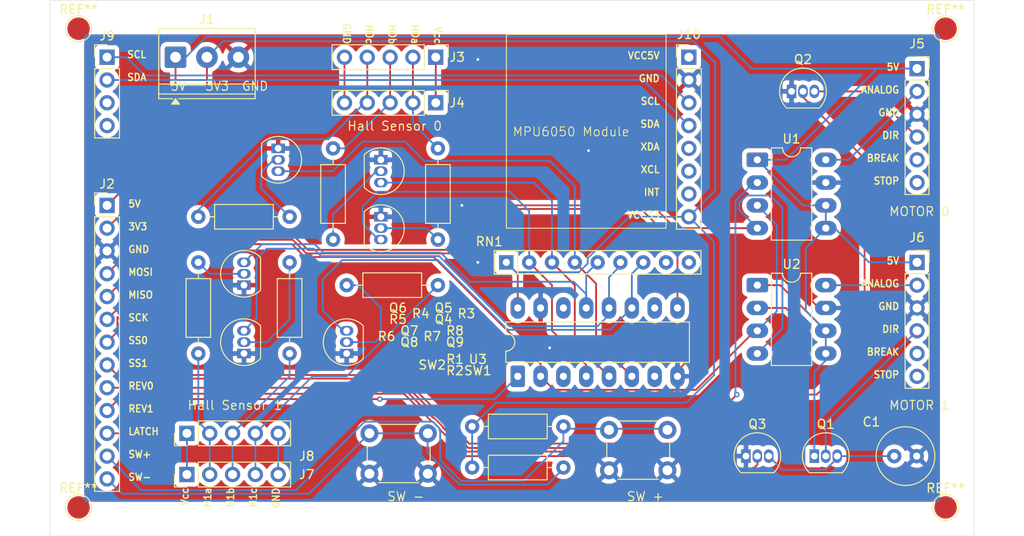
<source format=kicad_pcb>
(kicad_pcb (version 20241229) (generator "pcbnew") (generator_version "9.0")
  (layers (0 "F.Cu" signal) (2 "B.Cu" signal) (13 "F.Paste" user) (15 "B.Paste" user) (5 "F.SilkS" user "F.Silkscreen") (7 "B.SilkS" user "B.Silkscreen") (1 "F.Mask" user) (3 "B.Mask" user) (25 "Edge.Cuts" user))
  (net 0 "")
  (net 1 "Net-(Q1-B)")
  (net 2 "GND")
  (net 3 "+3V3")
  (net 4 "+5V")
  (net 5 "/REV1")
  (net 6 "/MOSI")
  (net 7 "/SW+")
  (net 8 "LATCH")
  (net 9 "/SW-")
  (net 10 "MISO")
  (net 11 "SCK")
  (net 12 "/REV0")
  (net 13 "/~{SS0}")
  (net 14 "/~{SS1}")
  (net 15 "Net-(J3-GND)")
  (net 16 "Net-(J3-Vcc)")
  (net 17 "Net-(J3-Hb)")
  (net 18 "Net-(J3-Ha)")
  (net 19 "Net-(J3-Hc)")
  (net 21 "/M_ANALOG0")
  (net 22 "/M_DIR0")
  (net 24 "/M_DIR1")
  (net 26 "/M_ANALOG1")
  (net 28 "Net-(J7-Vcc)")
  (net 29 "Net-(J7-Ha)")
  (net 30 "Net-(J7-Hc)")
  (net 31 "Net-(J7-Hb)")
  (net 32 "Net-(J7-GND)")
  (net 33 "/SDA")
  (net 34 "/SCL")
  (net 41 "Net-(Q4-B)")
  (net 42 "/HALL_SENSOR/H0a")
  (net 43 "Net-(Q5-B)")
  (net 44 "/HALL_SENSOR/H0b")
  (net 45 "Net-(Q6-B)")
  (net 46 "/HALL_SENSOR/H0c")
  (net 47 "/HALL_SENSOR/H1a")
  (net 48 "Net-(Q7-B)")
  (net 49 "/HALL_SENSOR/H1b")
  (net 50 "Net-(Q8-B)")
  (net 51 "Net-(Q9-B)")
  (net 52 "/HALL_SENSOR/H1c")
  (footprint "Package_TO_SOT_THT:TO-92_Inline" (layer "F.Cu") (at 152.4 90.17)
    (property "Reference" "Q3")
    (property "Value" "2N5551")
  )
  (footprint "Resistor_THT:R_Axial_DIN0207_L6.3mm_D2.5mm_P10.16mm_Horizontal" (layer "F.Cu") (at 121.92 86.868)
    (property "Reference" "R1")
    (property "Value" "10k")
  )
  (footprint "Connector_PinHeader_2.54mm:PinHeader_1x05_P2.54mm_Vertical" (layer "F.Cu") (at 117.87 50.8 -90)
    (property "Reference" "J4")
    (property "Value" "HALL_PIN")
  )
  (footprint "Resistor_THT:R_Axial_DIN0207_L6.3mm_D2.5mm_P10.16mm_Horizontal" (layer "F.Cu") (at 101.6 78.74 90)
    (property "Reference" "R7")
    (property "Value" "10k")
  )
  (footprint "Connector_PinSocket_2.54mm:PinSocket_1x06_P2.54mm_Vertical" (layer "F.Cu") (at 171.45 46.99)
    (property "Reference" "J5")
    (property "Value" "MOTORDRIVER")
  )
  (footprint "Connector_PinHeader_2.54mm:PinHeader_1x05_P2.54mm_Vertical" (layer "F.Cu") (at 117.87 45.72 -90)
    (property "Reference" "J3")
    (property "Value" "HALL_PIN")
  )
  (footprint "TestPoint:TestPoint_Pad_D2.5mm" (layer "F.Cu") (at 78.105 95.885)
    (property "Reference" "REF**")
    (property "Value" "TestPoint_Pad_D2.5mm")
  )
  (footprint "Resistor_THT:R_Axial_DIN0207_L6.3mm_D2.5mm_P10.16mm_Horizontal" (layer "F.Cu") (at 121.92 91.44)
    (property "Reference" "R2")
    (property "Value" "10k")
  )
  (footprint "Package_TO_SOT_THT:TO-92_Inline" (layer "F.Cu") (at 111.76 57.15 -90)
    (property "Reference" "Q5")
    (property "Value" "2N5551")
  )
  (footprint "Resistor_THT:R_Axial_DIN0207_L6.3mm_D2.5mm_P10.16mm_Horizontal" (layer "F.Cu") (at 91.44 63.5)
    (property "Reference" "R5")
    (property "Value" "10k")
  )
  (footprint "Capacitor_THT:C_Radial_D6.3mm_H5.0mm_P2.50mm" (layer "F.Cu") (at 168.91 90.17)
    (property "Reference" "C1")
    (property "Value" "10u")
  )
  (footprint "TestPoint:TestPoint_Pad_D2.5mm" (layer "F.Cu") (at 174.625 95.885)
    (property "Reference" "REF**")
    (property "Value" "TestPoint_Pad_D2.5mm")
  )
  (footprint "Package_TO_SOT_THT:TO-92_Inline" (layer "F.Cu") (at 100.33 55.88 -90)
    (property "Reference" "Q6")
    (property "Value" "2N5551")
  )
  (footprint "Package_TO_SOT_THT:TO-92_Inline" (layer "F.Cu") (at 157.48 49.53)
    (property "Reference" "Q2")
    (property "Value" "2N5551")
  )
  (footprint "Connector_PinSocket_2.54mm:PinSocket_1x06_P2.54mm_Vertical" (layer "F.Cu") (at 171.45 68.58)
    (property "Reference" "J6")
    (property "Value" "MOTORDRIVER")
  )
  (footprint "Button_Switch_THT:SW_PUSH_6mm" (layer "F.Cu") (at 137.16 87.249)
    (property "Reference" "SW1")
    (property "Value" "SW_Push")
  )
  (footprint "Connector_PinHeader_2.54mm:PinHeader_1x05_P2.54mm_Vertical" (layer "F.Cu") (at 90.17 92.22 90)
    (property "Reference" "J7")
    (property "Value" "HALL_PIN")
  )
  (footprint "Package_TO_SOT_THT:TO-92_Inline" (layer "F.Cu") (at 107.95 78.74 90)
    (property "Reference" "Q9")
    (property "Value" "2N5551")
  )
  (footprint "Resistor_THT:R_Axial_DIN0207_L6.3mm_D2.5mm_P10.16mm_Horizontal" (layer "F.Cu") (at 106.44 55.88 -90)
    (property "Reference" "R4")
    (property "Value" "10k")
  )
  (footprint "TerminalBlock_Phoenix:TerminalBlock_Phoenix_PT-1,5-3-3.5-H_1x03_P3.50mm_Horizontal" (layer "F.Cu") (at 88.9 45.72)
    (property "Reference" "J1")
    (property "Value" "POWER_SOCKET")
  )
  (footprint "Resistor_THT:R_Axial_DIN0207_L6.3mm_D2.5mm_P10.16mm_Horizontal" (layer "F.Cu") (at 91.44 78.74 90)
    (property "Reference" "R6")
    (property "Value" "10k")
  )
  (footprint "Package_DIP:DIP-8_W7.62mm_LongPads" (layer "F.Cu") (at 153.67 71.12)
    (property "Reference" "U2")
    (property "Value" "MCP4921")
  )
  (footprint "Resistor_THT:R_Axial_DIN0207_L6.3mm_D2.5mm_P10.16mm_Horizontal" (layer "F.Cu") (at 118.11 55.88 -90)
    (property "Reference" "R3")
    (property "Value" "10k")
  )
  (footprint "TestPoint:TestPoint_Pad_D2.5mm" (layer "F.Cu") (at 78.105 42.545)
    (property "Reference" "REF**")
    (property "Value" "TestPoint_Pad_D2.5mm")
  )
  (footprint "Package_TO_SOT_THT:TO-92_Inline" (layer "F.Cu") (at 111.76 63.5 -90)
    (property "Reference" "Q4")
    (property "Value" "2N5551")
  )
  (footprint "Connector_PinHeader_2.54mm:PinHeader_1x08_P2.54mm_Vertical" (layer "F.Cu") (at 146.05 45.72)
    (property "Reference" "J10")
    (property "Value" "MPU6050")
  )
  (footprint "Resistor_THT:R_Axial_DIN0207_L6.3mm_D2.5mm_P10.16mm_Horizontal" (layer "F.Cu") (at 118.11 71.12 180)
    (property "Reference" "R8")
    (property "Value" "10k")
  )
  (footprint "Connector_PinHeader_2.54mm:PinHeader_1x05_P2.54mm_Vertical" (layer "F.Cu") (at 90.17 87.63 90)
    (property "Reference" "J8")
    (property "Value" "HALL_PIN")
  )
  (footprint "Resistor_THT:R_Array_SIP9" (layer "F.Cu") (at 125.73 68.58)
    (property "Reference" "RN1")
    (property "Value" "R_Network08_Split")
  )
  (footprint "Connector_PinHeader_2.54mm:PinHeader_1x13_P2.54mm_Vertical" (layer "F.Cu") (at 81.28 62.23)
    (property "Reference" "J2")
    (property "Value" "Conn_01x13_Socket")
  )
  (footprint "Connector_PinHeader_2.54mm:PinHeader_1x04_P2.54mm_Vertical" (layer "F.Cu") (at 81.28 45.72)
    (property "Reference" "J9")
    (property "Value" "Conn_01x04_Socket")
  )
  (footprint "Package_DIP:DIP-16_W7.62mm_LongPads" (layer "F.Cu") (at 127 81.28 90)
    (property "Reference" "U3")
    (property "Value" "74HC165")
  )
  (footprint "Package_TO_SOT_THT:TO-92_Inline" (layer "F.Cu") (at 160.02 90.17)
    (property "Reference" "Q1")
    (property "Value" "2SA1015")
  )
  (footprint "Package_DIP:DIP-8_W7.62mm_LongPads" (layer "F.Cu") (at 153.67 57.15)
    (property "Reference" "U1")
    (property "Value" "MCP4921")
  )
  (footprint "TestPoint:TestPoint_Pad_D2.5mm" (layer "F.Cu") (at 174.625 42.545)
    (property "Reference" "REF**")
    (property "Value" "TestPoint_Pad_D2.5mm")
  )
  (footprint "Button_Switch_THT:SW_PUSH_6mm" (layer "F.Cu") (at 110.49 87.63)
    (property "Reference" "SW2")
    (property "Value" "SW_Push")
  )
  (footprint "Package_TO_SOT_THT:TO-92_Inline" (layer "F.Cu") (at 96.52 78.74 90)
    (property "Reference" "Q8")
    (property "Value" "2N5551")
  )
  (footprint "Package_TO_SOT_THT:TO-92_Inline" (layer "F.Cu") (at 96.52 71.12 90)
    (property "Reference" "Q7")
    (property "Value" "2N5551")
  )
  (gr_rect (start 125.73 43.18) (end 143.51 64.77) (stroke (width 0.1)) (fill no) (layer "F.SilkS"))
  (gr_rect (start 74.93 39.37) (end 177.8 99.06) (stroke (width 0.05)) (fill no) (layer "Edge.Cuts"))
  (gr_text "Hall Sensor 1" (at 90.17 85.09 0) (layer "F.SilkS") (effects (font (size 1 1) (thickness 0.125)) (justify left bottom)))
  (gr_text "Hall Sensor 0" (at 107.95 53.975 0) (layer "F.SilkS") (effects (font (size 1 1) (thickness 0.125)) (justify left bottom)))
  (gr_text "SCL\n\nSDA\n" (at 83.439 44.958 0) (layer "F.SilkS") (effects (font (size 0.788 0.75) (thickness 0.15) (bold yes)) (justify left top)))
  (gr_text "5V\n\nANALOG\n\nGND\n\nDIR\n\nBREAK\n\nSTOP" (at 169.545 46.355 0) (layer "F.SilkS") (effects (font (size 0.788 0.75) (thickness 0.15) (bold yes)) (justify right top)))
  (gr_text "MPU6050 Module" (at 126.365 54.61 0) (layer "F.SilkS") (effects (font (size 1 1) (thickness 0.1)) (justify left bottom)))
  (gr_text "5V   3V3  GND" (at 88.265 49.53 0) (layer "F.SilkS") (effects (font (size 1 0.95) (thickness 0.125)) (justify left bottom)))
  (gr_text "MOTOR 0" (at 168.275 63.5 0) (layer "F.SilkS") (effects (font (size 1 1) (thickness 0.125)) (justify left bottom)))
  (gr_text "VCC5V\n\nGND\n\nSCL\n\nSDA\n\nXDA\n\nXCL\n\nINT\n\nVCC33" (at 142.875 45.085 0) (layer "F.SilkS") (effects (font (size 0.788 0.75) (thickness 0.15) (bold yes)) (justify right top)))
  (gr_text "Vcc\n\nH1a\n\nH1b\n\nH1c\n\nGND" (at 89.48 93.6 90) (layer "F.SilkS") (effects (font (size 0.788 0.75) (thickness 0.15) (bold yes)) (justify right top)))
  (gr_text "5V\n\nANALOG\n\nGND\n\nDIR\n\nBREAK\n\nSTOP" (at 169.545 67.945 0) (layer "F.SilkS") (effects (font (size 0.788 0.75) (thickness 0.15) (bold yes)) (justify right top)))
  (gr_text "MOTOR 1" (at 168.275 85.09 0) (layer "F.SilkS") (effects (font (size 1 1) (thickness 0.125)) (justify left bottom)))
  (gr_text "SW -\n" (at 112.395 95.25 0) (layer "F.SilkS") (effects (font (size 1 1) (thickness 0.125)) (justify left bottom)))
  (gr_text "SW +" (at 139.065 95.25 0) (layer "F.SilkS") (effects (font (size 1 1) (thickness 0.125)) (justify left bottom)))
  (gr_text "5V\n\n3V3\n\nGND\n\nMOSI\n\nMISO\n\nSCK\n\nSS0\n\nSS1\n\nREV0\n\nREV1\n\nLATCH\n\nSW+\n\nSW-" (at 83.566 61.595 0) (layer "F.SilkS") (effects (font (size 0.788 0.75) (thickness 0.15) (bold yes)) (justify left top)))
  (gr_text "Vcc\n\nH0a\n\nH0b\n\nH0c\n\nGND" (at 118.56 44.34 270) (layer "F.SilkS") (effects (font (size 0.788 0.75) (thickness 0.15) (bold yes)) (justify right top)))
  (segment (start 156.464 91.694) (end 161.261 91.694) (width 0.2) (layer "B.Cu") (net 1))
  (segment (start 161.261 91.694) (end 162.56 90.395) (width 0.2) (layer "B.Cu") (net 1))
  (segment (start 162.56 90.395) (end 162.56 90.17) (width 0.2) (layer "B.Cu") (net 1))
  (segment (start 162.56 90.17) (end 168.91 90.17) (width 0.2) (layer "B.Cu") (net 1))
  (segment (start 154.94 90.17) (end 156.464 91.694) (width 0.2) (layer "B.Cu") (net 1))
  (segment (start 144.78 80.645) (end 146.1135 79.3115) (width 0.2) (layer "F.Cu") (net 2))
  (segment (start 161.29 73.66) (end 160.528 73.66) (width 0.2) (layer "F.Cu") (net 2))
  (segment (start 144.78 81.28) (end 144.78 80.645) (width 0.2) (layer "F.Cu") (net 2))
  (segment (start 160.528 73.66) (end 158.9405 72.0725) (width 0.2) (layer "F.Cu") (net 2))
  (via (at 130.556 78.105) (size 0.6) (drill 0.3) (layers "F.Cu" "B.Cu") (net 2))
  (via (at 122.555 68.58) (size 0.6) (drill 0.3) (layers "F.Cu" "B.Cu") (net 2))
  (via (at 134.874 56.134) (size 0.6) (drill 0.3) (layers "F.Cu" "B.Cu") (net 2))
  (via (at 120.777 62.23) (size 0.6) (drill 0.3) (layers "F.Cu" "B.Cu") (net 2))
  (via (at 122.555 45.974) (size 0.6) (drill 0.3) (layers "F.Cu" "B.Cu") (net 2))
  (segment (start 92.4 45.72) (end 92.4 53.65) (width 0.2) (layer "F.Cu") (net 3))
  (segment (start 127 73.66) (end 127 69.85) (width 0.2) (layer "F.Cu") (net 3))
  (segment (start 127 69.85) (end 125.73 68.58) (width 0.2) (layer "F.Cu") (net 3))
  (segment (start 92.4 53.65) (end 91.2495 54.8005) (width 0.2) (layer "F.Cu") (net 3))
  (segment (start 91.2495 54.8005) (end 81.28 64.77) (width 0.2) (layer "F.Cu") (net 3))
  (segment (start 139.41295 63.5) (end 134.789 68.12395) (width 0.2) (layer "B.Cu") (net 3))
  (segment (start 133.80605 69.681) (end 126.831 69.681) (width 0.2) (layer "B.Cu") (net 3))
  (segment (start 134.789 68.12395) (end 134.789 68.69805) (width 0.2) (layer "B.Cu") (net 3))
  (segment (start 148.971 60.579) (end 148.971 46.339) (width 0.2) (layer "B.Cu") (net 3))
  (segment (start 126.831 69.681) (end 125.73 68.58) (width 0.2) (layer "B.Cu") (net 3))
  (segment (start 124.567 84.221) (end 121.92 86.868) (width 0.2) (layer "B.Cu") (net 3))
  (segment (start 121.92 91.44) (end 121.92 86.868) (width 0.2) (layer "B.Cu") (net 3))
  (segment (start 148.844 66.294) (end 148.844 81.153) (width 0.2) (layer "B.Cu") (net 3))
  (segment (start 145.776 84.221) (end 124.567 84.221) (width 0.2) (layer "B.Cu") (net 3))
  (segment (start 146.05 63.5) (end 148.971 60.579) (width 0.2) (layer "B.Cu") (net 3))
  (segment (start 146.574 43.942) (end 94.178 43.942) (width 0.2) (layer "B.Cu") (net 3))
  (segment (start 146.05 63.5) (end 148.844 66.294) (width 0.2) (layer "B.Cu") (net 3))
  (segment (start 134.789 68.69805) (end 133.80605 69.681) (width 0.2) (layer "B.Cu") (net 3))
  (segment (start 148.971 46.339) (end 146.574 43.942) (width 0.2) (layer "B.Cu") (net 3))
  (segment (start 146.05 63.5) (end 139.41295 63.5) (width 0.2) (layer "B.Cu") (net 3))
  (segment (start 148.844 81.153) (end 145.776 84.221) (width 0.2) (layer "B.Cu") (net 3))
  (segment (start 94.178 43.942) (end 92.4 45.72) (width 0.2) (layer "B.Cu") (net 3))
  (segment (start 156.21 71.12) (end 161.29 76.2) (width 0.2) (layer "F.Cu") (net 4))
  (segment (start 88.9 54.61) (end 81.28 62.23) (width 0.2) (layer "F.Cu") (net 4))
  (segment (start 153.67 71.12) (end 156.21 71.12) (width 0.2) (layer "F.Cu") (net 4))
  (segment (start 88.9 45.72) (end 88.9 54.61) (width 0.2) (layer "F.Cu") (net 4))
  (segment (start 161.29 79.502) (end 160.02 80.772) (width 0.2) (layer "B.Cu") (net 4))
  (segment (start 153.67 57.15) (end 156.845 57.15) (width 0.2) (layer "B.Cu") (net 4))
  (segment (start 161.29 62.23) (end 158.75 62.23) (width 0.2) (layer "B.Cu") (net 4))
  (segment (start 161.29 64.77) (end 162.306 64.77) (width 0.2) (layer "B.Cu") (net 4))
  (segment (start 149.507 43.434) (end 153.063 46.99) (width 0.2) (layer "B.Cu") (net 4))
  (segment (start 156.845 57.15) (end 167.005 46.99) (width 0.2) (layer "B.Cu") (net 4))
  (segment (start 161.29 64.77) (end 161.29 62.23) (width 0.2) (layer "B.Cu") (net 4))
  (segment (start 161.29 78.74) (end 161.29 79.502) (width 0.2) (layer "B.Cu") (net 4))
  (segment (start 92.329 43.434) (end 149.507 43.434) (width 0.2) (layer "B.Cu") (net 4))
  (segment (start 160.02 90.17) (end 160.02 80.772) (width 0.2) (layer "B.Cu") (net 4))
  (segment (start 166.116 68.58) (end 171.45 68.58) (width 0.2) (layer "B.Cu") (net 4))
  (segment (start 159.0675 73.9775) (end 159.0675 66.9925) (width 0.2) (layer "B.Cu") (net 4))
  (segment (start 90.043 45.72) (end 92.329 43.434) (width 0.2) (layer "B.Cu") (net 4))
  (segment (start 161.29 76.2) (end 161.29 78.74) (width 0.2) (layer "B.Cu") (net 4))
  (segment (start 171.45 46.99) (end 153.063 46.99) (width 0.2) (layer "B.Cu") (net 4))
  (segment (start 88.9 45.72) (end 90.043 45.72) (width 0.2) (layer "B.Cu") (net 4))
  (segment (start 159.0675 73.9775) (end 161.29 76.2) (width 0.2) (layer "B.Cu") (net 4))
  (segment (start 159.0675 66.9925) (end 161.29 64.77) (width 0.2) (layer "B.Cu") (net 4))
  (segment (start 158.75 62.23) (end 153.67 57.15) (width 0.2) (layer "B.Cu") (net 4))
  (segment (start 167.005 46.99) (end 171.45 46.99) (width 0.2) (layer "B.Cu") (net 4))
  (segment (start 162.306 64.77) (end 166.116 68.58) (width 0.2) (layer "B.Cu") (net 4))
  (segment (start 152.715 92.075) (end 153.67 91.12) (width 0.2) (layer "F.Cu") (net 5))
  (segment (start 83.151 83.219) (end 114.334 83.219) (width 0.2) (layer "F.Cu") (net 5))
  (segment (start 118.291 87.091108) (end 118.291 87.176) (width 0.2) (layer "F.Cu") (net 5))
  (segment (start 149.987 92.075) (end 152.715 92.075) (width 0.2) (layer "F.Cu") (net 5))
  (segment (start 121.285 90.17) (end 148.082 90.17) (width 0.2) (layer "F.Cu") (net 5))
  (segment (start 118.291 87.176) (end 121.285 90.17) (width 0.2) (layer "F.Cu") (net 5))
  (segment (start 117.528892 86.329) (end 118.291 87.091108) (width 0.2) (layer "F.Cu") (net 5))
  (segment (start 153.67 91.12) (end 153.67 90.17) (width 0.2) (layer "F.Cu") (net 5))
  (segment (start 148.082 90.17) (end 149.987 92.075) (width 0.2) (layer "F.Cu") (net 5))
  (segment (start 117.444 86.329) (end 117.528892 86.329) (width 0.2) (layer "F.Cu") (net 5))
  (segment (start 81.28 85.09) (end 83.151 83.219) (width 0.2) (layer "F.Cu") (net 5))
  (segment (start 114.334 83.219) (end 117.444 86.329) (width 0.2) (layer "F.Cu") (net 5))
  (segment (start 153.67 64.77) (end 144.526 64.77) (width 0.2) (layer "F.Cu") (net 6))
  (segment (start 125.095 62.23) (end 120.142 67.183) (width 0.2) (layer "F.Cu") (net 6))
  (segment (start 102.108 65.659) (end 85.471 65.659) (width 0.2) (layer "F.Cu") (net 6))
  (segment (start 141.986 62.23) (end 125.095 62.23) (width 0.2) (layer "F.Cu") (net 6))
  (segment (start 85.471 65.659) (end 81.28 69.85) (width 0.2) (layer "F.Cu") (net 6))
  (segment (start 144.526 64.77) (end 141.986 62.23) (width 0.2) (layer "F.Cu") (net 6))
  (segment (start 103.632 67.183) (end 102.108 65.659) (width 0.2) (layer "F.Cu") (net 6))
  (segment (start 120.142 67.183) (end 103.632 67.183) (width 0.2) (layer "F.Cu") (net 6))
  (segment (start 153.67 78.74) (end 156.464 75.946) (width 0.2) (layer "B.Cu") (net 6))
  (segment (start 156.464 62.484) (end 155.109 61.129) (width 0.2) (layer "B.Cu") (net 6))
  (segment (start 156.464 75.946) (end 156.464 62.484) (width 0.2) (layer "B.Cu") (net 6))
  (segment (start 151.638 61.976) (end 151.638 62.738) (width 0.2) (layer "B.Cu") (net 6))
  (segment (start 152.485 61.129) (end 151.638 61.976) (width 0.2) (layer "B.Cu") (net 6))
  (segment (start 155.109 61.129) (end 152.485 61.129) (width 0.2) (layer "B.Cu") (net 6))
  (segment (start 151.638 62.738) (end 153.67 64.77) (width 0.2) (layer "B.Cu") (net 6))
  (segment (start 118.291 87.091108) (end 117.528892 86.329) (width 0.2) (layer "B.Cu") (net 7))
  (segment (start 120.6891 92.944) (end 118.364 90.6189) (width 0.2) (layer "B.Cu") (net 7))
  (segment (start 127.655 92.944) (end 120.6891 92.944) (width 0.2) (layer "B.Cu") (net 7))
  (segment (start 143.152 87.122) (end 132.08 87.122) (width 0.2) (layer "B.Cu") (net 7))
  (segment (start 118.291 87.303) (end 118.291 87.091108) (width 0.2) (layer "B.Cu") (net 7))
  (segment (start 117.528892 86.329) (end 109.951108 86.329) (width 0.2) (layer "B.Cu") (net 7))
  (segment (start 118.364 87.376) (end 118.291 87.303) (width 0.2) (layer "B.Cu") (net 7))
  (segment (start 85.07 93.96) (end 81.28 90.17) (width 0.2) (layer "B.Cu") (net 7))
  (segment (start 132.08 87.122) (end 132.08 88.519) (width 0.2) (layer "B.Cu") (net 7))
  (segment (start 118.364 90.6189) (end 118.364 87.376) (width 0.2) (layer "B.Cu") (net 7))
  (segment (start 102.320108 93.96) (end 85.07 93.96) (width 0.2) (layer "B.Cu") (net 7))
  (segment (start 143.66 87.63) (end 143.152 87.122) (width 0.2) (layer "B.Cu") (net 7))
  (segment (start 132.08 88.519) (end 127.655 92.944) (width 0.2) (layer "B.Cu") (net 7))
  (segment (start 109.951108 86.329) (end 102.320108 93.96) (width 0.2) (layer "B.Cu") (net 7))
  (segment (start 111.633 83.82) (end 89.154 83.82) (width 0.2) (layer "F.Cu") (net 8))
  (segment (start 89.154 83.82) (end 85.344 87.63) (width 0.2) (layer "F.Cu") (net 8))
  (segment (start 85.344 87.63) (end 81.28 87.63) (width 0.2) (layer "F.Cu") (net 8))
  (via (at 111.633 83.82) (size 0.6) (drill 0.3) (layers "F.Cu" "B.Cu") (net 8))
  (segment (start 111.633 83.82) (end 124.46 83.82) (width 0.2) (layer "B.Cu") (net 8))
  (segment (start 124.46 83.82) (end 127 81.28) (width 0.2) (layer "B.Cu") (net 8))
  (segment (start 116.967 89.789) (end 116.967 87.653) (width 0.2) (layer "B.Cu") (net 9))
  (segment (start 120.523 93.345) (end 116.967 89.789) (width 0.2) (layer "B.Cu") (net 9))
  (segment (start 132.08 91.44) (end 132.08 91.567) (width 0.2) (layer "B.Cu") (net 9))
  (segment (start 82.931 94.361) (end 103.759 94.361) (width 0.2) (layer "B.Cu") (net 9))
  (segment (start 103.759 94.361) (end 110.49 87.63) (width 0.2) (layer "B.Cu") (net 9))
  (segment (start 116.967 87.653) (end 116.99 87.63) (width 0.2) (layer "B.Cu") (net 9))
  (segment (start 116.99 87.63) (end 110.49 87.63) (width 0.2) (layer "B.Cu") (net 9))
  (segment (start 81.28 92.71) (end 82.931 94.361) (width 0.2) (layer "B.Cu") (net 9))
  (segment (start 132.08 91.567) (end 130.302 93.345) (width 0.2) (layer "B.Cu") (net 9))
  (segment (start 130.302 93.345) (end 120.523 93.345) (width 0.2) (layer "B.Cu") (net 9))
  (segment (start 125.456 62.631) (end 140.716 62.631) (width 0.2) (layer "F.Cu") (net 10))
  (segment (start 103.4659 67.584) (end 120.503 67.584) (width 0.2) (layer "F.Cu") (net 10))
  (segment (start 144.78 66.695) (end 144.78 73.66) (width 0.2) (layer "F.Cu") (net 10))
  (segment (start 87.61 66.06) (end 101.9419 66.06) (width 0.2) (layer "F.Cu") (net 10))
  (segment (start 120.503 67.584) (end 125.456 62.631) (width 0.2) (layer "F.Cu") (net 10))
  (segment (start 140.716 62.631) (end 144.78 66.695) (width 0.2) (layer "F.Cu") (net 10))
  (segment (start 81.28 72.39) (end 87.61 66.06) (width 0.2) (layer "F.Cu") (net 10))
  (segment (start 101.9419 66.06) (end 103.4659 67.584) (width 0.2) (layer "F.Cu") (net 10))
  (segment (start 103.291 67.985) (end 101.854 66.548) (width 0.2) (layer "F.Cu") (net 11))
  (segment (start 129.54 81.28) (end 131.041 82.781) (width 0.2) (layer "F.Cu") (net 11))
  (segment (start 89.662 66.548) (end 81.28 74.93) (width 0.2) (layer "F.Cu") (net 11))
  (segment (start 129.54 79.883) (end 117.642 67.985) (width 0.2) (layer "F.Cu") (net 11))
  (segment (start 131.041 82.781) (end 146.835 82.781) (width 0.2) (layer "F.Cu") (net 11))
  (segment (start 153.416 76.2) (end 153.67 76.2) (width 0.2) (layer "F.Cu") (net 11))
  (segment (start 129.54 81.28) (end 129.54 79.883) (width 0.2) (layer "F.Cu") (net 11))
  (segment (start 146.835 82.781) (end 153.416 76.2) (width 0.2) (layer "F.Cu") (net 11))
  (segment (start 117.642 67.985) (end 103.291 67.985) (width 0.2) (layer "F.Cu") (net 11))
  (segment (start 101.854 66.548) (end 89.662 66.548) (width 0.2) (layer "F.Cu") (net 11))
  (segment (start 153.67 76.2) (end 155.829 74.041) (width 0.2) (layer "B.Cu") (net 11))
  (segment (start 155.829 64.389) (end 153.67 62.23) (width 0.2) (layer "B.Cu") (net 11))
  (segment (start 155.829 74.041) (end 155.829 64.389) (width 0.2) (layer "B.Cu") (net 11))
  (segment (start 81.28 82.55) (end 114.046 82.55) (width 0.2) (layer "F.Cu") (net 12))
  (segment (start 117.694992 85.928) (end 118.692 86.925008) (width 0.2) (layer "F.Cu") (net 12))
  (segment (start 158.75 50.165) (end 158.75 49.53) (width 0.2) (layer "F.Cu") (net 12))
  (segment (start 121.3441 89.662) (end 148.463 89.662) (width 0.2) (layer "F.Cu") (net 12))
  (segment (start 154.813 83.312) (end 160.274 83.312) (width 0.2) (layer "F.Cu") (net 12))
  (segment (start 118.692 87.0099) (end 121.3441 89.662) (width 0.2) (layer "F.Cu") (net 12))
  (segment (start 114.314 82.818) (end 114.5001 82.818) (width 0.2) (layer "F.Cu") (net 12))
  (segment (start 118.692 86.925008) (end 118.692 87.0099) (width 0.2) (layer "F.Cu") (net 12))
  (segment (start 117.6101 85.928) (end 117.694992 85.928) (width 0.2) (layer "F.Cu") (net 12))
  (segment (start 148.463 89.662) (end 154.813 83.312) (width 0.2) (layer "F.Cu") (net 12))
  (segment (start 160.274 83.312) (end 165.608 77.978) (width 0.2) (layer "F.Cu") (net 12))
  (segment (start 114.046 82.55) (end 114.314 82.818) (width 0.2) (layer "F.Cu") (net 12))
  (segment (start 165.608 77.978) (end 165.608 57.023) (width 0.2) (layer "F.Cu") (net 12))
  (segment (start 165.608 57.023) (end 158.75 50.165) (width 0.2) (layer "F.Cu") (net 12))
  (segment (start 114.5001 82.818) (end 117.6101 85.928) (width 0.2) (layer "F.Cu") (net 12))
  (segment (start 117.9423 85.126) (end 118.027192 85.126) (width 0.2) (layer "F.Cu") (net 13))
  (segment (start 118.027192 85.126) (end 119.494 86.592808) (width 0.2) (layer "F.Cu") (net 13))
  (segment (start 114.7141 82.016) (end 114.8323 82.016) (width 0.2) (layer "F.Cu") (net 13))
  (segment (start 88.896 81.133) (end 113.8311 81.133) (width 0.2) (layer "F.Cu") (net 13))
  (segment (start 82.431 76.319) (end 82.431 74.668) (width 0.2) (layer "F.Cu") (net 13))
  (segment (start 121.5893 88.773) (end 145.923 88.773) (width 0.2) (layer "F.Cu") (net 13))
  (segment (start 119.494 86.592808) (end 119.494 86.6777) (width 0.2) (layer "F.Cu") (net 13))
  (segment (start 81.28 77.47) (end 82.431 76.319) (width 0.2) (layer "F.Cu") (net 13))
  (segment (start 145.923 88.773) (end 151.384 83.312) (width 0.2) (layer "F.Cu") (net 13))
  (segment (start 113.8311 81.133) (end 114.7141 82.016) (width 0.2) (layer "F.Cu") (net 13))
  (segment (start 82.431 74.668) (end 88.896 81.133) (width 0.2) (layer "F.Cu") (net 13))
  (segment (start 114.8323 82.016) (end 117.9423 85.126) (width 0.2) (layer "F.Cu") (net 13))
  (segment (start 119.494 86.6777) (end 121.5893 88.773) (width 0.2) (layer "F.Cu") (net 13))
  (via (at 151.384 83.312) (size 0.6) (drill 0.3) (layers "F.Cu" "B.Cu") (net 13))
  (segment (start 153.27 59.69) (end 153.67 59.69) (width 0.2) (layer "B.Cu") (net 13))
  (segment (start 151.237 83.165) (end 151.237 61.723) (width 0.2) (layer "B.Cu") (net 13))
  (segment (start 151.237 61.723) (end 153.27 59.69) (width 0.2) (layer "B.Cu") (net 13))
  (segment (start 151.384 83.312) (end 151.237 83.165) (width 0.2) (layer "B.Cu") (net 13))
  (segment (start 117.861092 85.527) (end 117.7762 85.527) (width 0.2) (layer "F.Cu") (net 14))
  (segment (start 156.845 73.66) (end 158.115 74.93) (width 0.2) (layer "F.Cu") (net 14))
  (segment (start 153.67 73.66) (end 156.845 73.66) (width 0.2) (layer "F.Cu") (net 14))
  (segment (start 82.804 81.534) (end 81.28 80.01) (width 0.2) (layer "F.Cu") (net 14))
  (segment (start 158.115 79.4429) (end 148.2969 89.261) (width 0.2) (layer "F.Cu") (net 14))
  (segment (start 113.665 81.534) (end 82.804 81.534) (width 0.2) (layer "F.Cu") (net 14))
  (segment (start 119.093 86.758908) (end 117.861092 85.527) (width 0.2) (layer "F.Cu") (net 14))
  (segment (start 114.6662 82.417) (end 114.548 82.417) (width 0.2) (layer "F.Cu") (net 14))
  (segment (start 148.2969 89.261) (end 121.5102 89.261) (width 0.2) (layer "F.Cu") (net 14))
  (segment (start 121.5102 89.261) (end 119.093 86.8438) (width 0.2) (layer "F.Cu") (net 14))
  (segment (start 114.548 82.417) (end 113.665 81.534) (width 0.2) (layer "F.Cu") (net 14))
  (segment (start 158.115 74.93) (end 158.115 79.4429) (width 0.2) (layer "F.Cu") (net 14))
  (segment (start 119.093 86.8438) (end 119.093 86.758908) (width 0.2) (layer "F.Cu") (net 14))
  (segment (start 117.7762 85.527) (end 114.6662 82.417) (width 0.2) (layer "F.Cu") (net 14))
  (segment (start 107.71 45.72) (end 107.71 50.8) (width 0.2) (layer "F.Cu") (net 15))
  (segment (start 117.87 45.72) (end 117.87 50.8) (width 0.2) (layer "F.Cu") (net 16))
  (segment (start 112.79 45.72) (end 112.79 50.8) (width 0.2) (layer "F.Cu") (net 17))
  (segment (start 112.79 50.8) (end 107.71 55.88) (width 0.2) (layer "B.Cu") (net 17))
  (segment (start 107.71 55.88) (end 106.44 55.88) (width 0.2) (layer "B.Cu") (net 17))
  (segment (start 115.33 45.72) (end 115.33 50.8) (width 0.2) (layer "F.Cu") (net 18))
  (segment (start 115.33 50.8) (end 115.33 53.1) (width 0.2) (layer "B.Cu") (net 18))
  (segment (start 115.33 53.1) (end 118.11 55.88) (width 0.2) (layer "B.Cu") (net 18))
  (segment (start 110.25 45.72) (end 110.25 50.8) (width 0.2) (layer "F.Cu") (net 19))
  (segment (start 105.89895 54.864) (end 99.314 54.864) (width 0.2) (layer "B.Cu") (net 19))
  (segment (start 91.44 62.738) (end 91.44 63.5) (width 0.2) (layer "B.Cu") (net 19))
  (segment (start 110.25 50.8) (end 109.96295 50.8) (width 0.2) (layer "B.Cu") (net 19))
  (segment (start 109.96295 50.8) (end 105.89895 54.864) (width 0.2) (layer "B.Cu") (net 19))
  (segment (start 99.314 54.864) (end 91.44 62.738) (width 0.2) (layer "B.Cu") (net 19))
  (segment (start 171.45 49.53) (end 163.83 57.15) (width 0.2) (layer "B.Cu") (net 21))
  (segment (start 163.83 57.15) (end 161.29 57.15) (width 0.2) (layer "B.Cu") (net 21))
  (segment (start 166.37 49.53) (end 160.02 49.53) (width 0.2) (layer "F.Cu") (net 22))
  (segment (start 171.45 54.61) (end 166.37 49.53) (width 0.2) (layer "F.Cu") (net 22))
  (segment (start 161.29 90.17) (end 161.29 86.36) (width 0.2) (layer "B.Cu") (net 24))
  (segment (start 161.29 86.36) (end 171.45 76.2) (width 0.2) (layer "B.Cu") (net 24))
  (segment (start 161.29 71.12) (end 171.45 71.12) (width 0.2) (layer "B.Cu") (net 26))
  (segment (start 90.17 92.22) (end 90.17 87.63) (width 0.2) (layer "B.Cu") (net 28))
  (segment (start 91.44 86.36) (end 92.71 87.63) (width 0.2) (layer "B.Cu") (net 29))
  (segment (start 91.44 78.74) (end 91.44 86.36) (width 0.2) (layer "B.Cu") (net 29))
  (segment (start 92.71 87.63) (end 92.71 92.22) (width 0.2) (layer "B.Cu") (net 29))
  (segment (start 97.79 92.22) (end 97.79 87.63) (width 0.2) (layer "B.Cu") (net 30))
  (segment (start 107.95 81.28) (end 118.11 71.12) (width 0.2) (layer "B.Cu") (net 30))
  (segment (start 104.14 81.28) (end 107.95 81.28) (width 0.2) (layer "B.Cu") (net 30))
  (segment (start 97.79 87.63) (end 104.14 81.28) (width 0.2) (layer "B.Cu") (net 30))
  (segment (start 95.25 87.63) (end 95.25 92.22) (width 0.2) (layer "B.Cu") (net 31))
  (segment (start 101.6 81.28) (end 101.6 78.74) (width 0.2) (layer "B.Cu") (net 31))
  (segment (start 95.25 87.63) (end 101.6 81.28) (width 0.2) (layer "B.Cu") (net 31))
  (segment (start 100.33 87.63) (end 100.33 92.22) (width 0.2) (layer "B.Cu") (net 32))
  (segment (start 140.97 48.26) (end 146.05 53.34) (width 0.2) (layer "B.Cu") (net 33))
  (segment (start 81.28 48.26) (end 140.97 48.26) (width 0.2) (layer "B.Cu") (net 33))
  (segment (start 81.28 45.72) (end 83.439 45.72) (width 0.2) (layer "B.Cu") (net 34))
  (segment (start 83.439 45.72) (end 85.471 47.752) (width 0.2) (layer "B.Cu") (net 34))
  (segment (start 85.471 47.752) (end 143.002 47.752) (width 0.2) (layer "B.Cu") (net 34))
  (segment (start 143.002 47.752) (end 146.05 50.8) (width 0.2) (layer "B.Cu") (net 34))
  (segment (start 116.84 64.77) (end 111.76 64.77) (width 0.2) (layer "B.Cu") (net 41))
  (segment (start 118.11 66.04) (end 116.84 64.77) (width 0.2) (layer "B.Cu") (net 41))
  (segment (start 130.81 76.2) (end 134.62 80.01) (width 0.2) (layer "F.Cu") (net 42))
  (segment (start 130.81 71.12) (end 130.81 76.2) (width 0.2) (layer "F.Cu") (net 42))
  (segment (start 134.62 80.01) (end 134.62 81.28) (width 0.2) (layer "F.Cu") (net 42))
  (segment (start 128.27 68.58) (end 130.81 71.12) (width 0.2) (layer "F.Cu") (net 42))
  (segment (start 111.506 66.04) (end 111.76 66.04) (width 0.2) (layer "B.Cu") (net 42))
  (segment (start 128.27 62.865) (end 126.111 60.706) (width 0.2) (layer "B.Cu") (net 42))
  (segment (start 109.728 64.262) (end 111.506 66.04) (width 0.2) (layer "B.Cu") (net 42))
  (segment (start 128.27 68.58) (end 128.27 62.865) (width 0.2) (layer "B.Cu") (net 42))
  (segment (start 111.379 60.706) (end 109.728 62.357) (width 0.2) (layer "B.Cu") (net 42))
  (segment (start 126.111 60.706) (end 111.379 60.706) (width 0.2) (layer "B.Cu") (net 42))
  (segment (start 109.728 62.357) (end 109.728 64.262) (width 0.2) (layer "B.Cu") (net 42))
  (segment (start 106.44 63.24) (end 111.26 58.42) (width 0.2) (layer "B.Cu") (net 43))
  (segment (start 106.44 66.04) (end 106.44 63.24) (width 0.2) (layer "B.Cu") (net 43))
  (segment (start 111.26 58.42) (end 111.76 58.42) (width 0.2) (layer "B.Cu") (net 43))
  (segment (start 133.35 71.12) (end 133.35 77.47) (width 0.2) (layer "F.Cu") (net 44))
  (segment (start 130.81 68.58) (end 133.35 71.12) (width 0.2) (layer "F.Cu") (net 44))
  (segment (start 133.35 77.47) (end 137.16 81.28) (width 0.2) (layer "F.Cu") (net 44))
  (segment (start 128.778 59.69) (end 130.81 61.722) (width 0.2) (layer "B.Cu") (net 44))
  (segment (start 130.81 61.722) (end 130.81 68.58) (width 0.2) (layer "B.Cu") (net 44))
  (segment (start 111.76 59.69) (end 128.778 59.69) (width 0.2) (layer "B.Cu") (net 44))
  (segment (start 101.6 63.5) (end 98.425 60.325) (width 0.2) (layer "B.Cu") (net 45))
  (segment (start 98.425 60.325) (end 98.425 58.555) (width 0.2) (layer "B.Cu") (net 45))
  (segment (start 99.83 57.15) (end 100.33 57.15) (width 0.2) (layer "B.Cu") (net 45))
  (segment (start 98.425 58.555) (end 99.83 57.15) (width 0.2) (layer "B.Cu") (net 45))
  (segment (start 135.721 77.301) (end 139.7 81.28) (width 0.2) (layer "F.Cu") (net 46))
  (segment (start 133.35 68.58) (end 135.721 70.951) (width 0.2) (layer "F.Cu") (net 46))
  (segment (start 135.721 70.951) (end 135.721 77.301) (width 0.2) (layer "F.Cu") (net 46))
  (segment (start 133.35 60.071) (end 130.556 57.277) (width 0.2) (layer "B.Cu") (net 46))
  (segment (start 106.426 58.42) (end 100.33 58.42) (width 0.2) (layer "B.Cu") (net 46))
  (segment (start 133.35 68.58) (end 133.35 60.071) (width 0.2) (layer "B.Cu") (net 46))
  (segment (start 116.586 57.277) (end 114.427 55.118) (width 0.2) (layer "B.Cu") (net 46))
  (segment (start 109.728 55.118) (end 106.426 58.42) (width 0.2) (layer "B.Cu") (net 46))
  (segment (start 130.556 57.277) (end 116.586 57.277) (width 0.2) (layer "B.Cu") (net 46))
  (segment (start 114.427 55.118) (end 109.728 55.118) (width 0.2) (layer "B.Cu") (net 46))
  (segment (start 133.223 70.739) (end 121.666 70.739) (width 0.2) (layer "B.Cu") (net 47))
  (segment (start 134.62 69.85) (end 135.89 68.58) (width 0.2) (layer "B.Cu") (net 47))
  (segment (start 118.406 67.479) (end 105.325 67.479) (width 0.2) (layer "B.Cu") (net 47))
  (segment (start 134.62 73.66) (end 134.62 72.136) (width 0.2) (layer "B.Cu") (net 47))
  (segment (start 134.62 73.66) (end 134.62 69.85) (width 0.2) (layer "B.Cu") (net 47))
  (segment (start 105.325 67.479) (end 104.394 66.548) (width 0.2) (layer "B.Cu") (net 47))
  (segment (start 134.62 72.136) (end 133.223 70.739) (width 0.2) (layer "B.Cu") (net 47))
  (segment (start 121.666 70.739) (end 118.406 67.479) (width 0.2) (layer "B.Cu") (net 47))
  (segment (start 104.394 66.548) (end 98.552 66.548) (width 0.2) (layer "B.Cu") (net 47))
  (segment (start 98.552 66.548) (end 96.52 68.58) (width 0.2) (layer "B.Cu") (net 47))
  (segment (start 92.71 69.85) (end 96.52 69.85) (width 0.2) (layer "B.Cu") (net 48))
  (segment (start 91.44 68.58) (end 92.71 69.85) (width 0.2) (layer "B.Cu") (net 48))
  (segment (start 105.091 67.88) (end 104.267 67.056) (width 0.2) (layer "B.Cu") (net 49))
  (segment (start 105.091 67.88) (end 118.2399 67.88) (width 0.2) (layer "B.Cu") (net 49))
  (segment (start 138.43 68.961) (end 137.16 70.231) (width 0.2) (layer "B.Cu") (net 49))
  (segment (start 135.89 75.692) (end 126.0519 75.692) (width 0.2) (layer "B.Cu") (net 49))
  (segment (start 99.06 67.056) (end 97.917 68.199) (width 0.2) (layer "B.Cu") (net 49))
  (segment (start 97.917 68.199) (end 97.917 74.803) (width 0.2) (layer "B.Cu") (net 49))
  (segment (start 104.267 67.056) (end 99.06 67.056) (width 0.2) (layer "B.Cu") (net 49))
  (segment (start 118.2399 67.88) (end 126.0519 75.692) (width 0.2) (layer "B.Cu") (net 49))
  (segment (start 137.16 70.231) (end 137.16 73.66) (width 0.2) (layer "B.Cu") (net 49))
  (segment (start 97.917 74.803) (end 96.52 76.2) (width 0.2) (layer "B.Cu") (net 49))
  (segment (start 137.16 73.66) (end 137.16 74.422) (width 0.2) (layer "B.Cu") (net 49))
  (segment (start 138.43 68.58) (end 138.43 68.961) (width 0.2) (layer "B.Cu") (net 49))
  (segment (start 137.16 74.422) (end 135.89 75.692) (width 0.2) (layer "B.Cu") (net 49))
  (segment (start 96.52 77.47) (end 99.06 77.47) (width 0.2) (layer "B.Cu") (net 50))
  (segment (start 101.6 74.93) (end 101.6 68.58) (width 0.2) (layer "B.Cu") (net 50))
  (segment (start 99.06 77.47) (end 101.6 74.93) (width 0.2) (layer "B.Cu") (net 50))
  (segment (start 111.76 73.66) (end 111.76 76.807) (width 0.2) (layer "B.Cu") (net 51))
  (segment (start 111.76 76.807) (end 111.097 77.47) (width 0.2) (layer "B.Cu") (net 51))
  (segment (start 109.22 71.12) (end 111.76 73.66) (width 0.2) (layer "B.Cu") (net 51))
  (segment (start 107.95 71.12) (end 109.22 71.12) (width 0.2) (layer "B.Cu") (net 51))
  (segment (start 111.097 77.47) (end 107.95 77.47) (width 0.2) (layer "B.Cu") (net 51))
  (segment (start 107.442 68.326) (end 105.283 70.485) (width 0.2) (layer "B.Cu") (net 52))
  (segment (start 139.7 73.66) (end 137.287 76.073) (width 0.2) (layer "B.Cu") (net 52))
  (segment (start 105.283 73.914) (end 107.569 76.2) (width 0.2) (layer "B.Cu") (net 52))
  (segment (start 105.283 70.485) (end 105.283 73.914) (width 0.2) (layer "B.Cu") (net 52))
  (segment (start 139.7 69.85) (end 140.97 68.58) (width 0.2) (layer "B.Cu") (net 52))
  (segment (start 136.124 76.093) (end 125.8858 76.093) (width 0.2) (layer "B.Cu") (net 52))
  (segment (start 125.8858 76.093) (end 118.1144 68.3216) (width 0.2) (layer "B.Cu") (net 52))
  (segment (start 136.144 76.073) (end 136.124 76.093) (width 0.2) (layer "B.Cu") (net 52))
  (segment (start 137.287 76.073) (end 136.144 76.073) (width 0.2) (layer "B.Cu") (net 52))
  (segment (start 118.11 68.326) (end 107.442 68.326) (width 0.2) (layer "B.Cu") (net 52))
  (segment (start 139.7 73.66) (end 139.7 69.85) (width 0.2) (layer "B.Cu") (net 52))
  (segment (start 107.569 76.2) (end 107.95 76.2) (width 0.2) (layer "B.Cu") (net 52))
  (segment (start 118.1144 68.3216) (end 118.11 68.326) (width 0.2) (layer "B.Cu") (net 52))
  (zone (net 2) (net_name "GND") (layers "F.Cu" "B.Cu") (name "GND") (connect_pads (clearance 0.5)) (min_thickness 0.25) (fill yes (thermal_gap 0.5) (thermal_bridge_width 0.5))
    (polygon (pts (xy 78.74 43.18) (xy 173.99 43.18) (xy 173.99 95.25) (xy 78.74 95.25)))
  )
)
</source>
